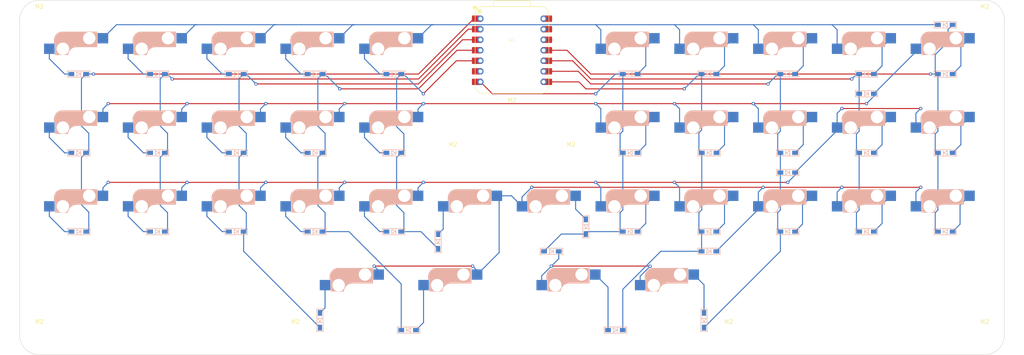
<source format=kicad_pcb>
(kicad_pcb (version 20240108) (generator "pcbnew") (generator_version "8.0")
  (layers (0 "F.Cu" signal) (31 "B.Cu" signal) (34 "B.Paste" user) (35 "F.Paste" user) (36 "B.SilkS" user "B.Silkscreen") (37 "F.SilkS" user "F.Silkscreen") (38 "B.Mask" user) (39 "F.Mask" user) (44 "Edge.Cuts" user))
  (net 0 "")
  (net 1 "Net-(D1-K)")
  (net 2 "/PIN1")
  (net 3 "/PIN2")
  (net 4 "Net-(D2-A)")
  (net 5 "/PIN3")
  (net 6 "Net-(D3-A)")
  (net 7 "/PIN4")
  (net 8 "Net-(D4-A)")
  (net 9 "/PIN5")
  (net 10 "Net-(D5-A)")
  (net 11 "Net-(D6-A)")
  (net 12 "/PIN6")
  (net 13 "/PIN7")
  (net 14 "Net-(D7-A)")
  (net 15 "Net-(D8-A)")
  (net 16 "/PIN8")
  (net 17 "Net-(D9-A)")
  (net 18 "/PIN9")
  (net 19 "/PIN10")
  (net 20 "Net-(D10-A)")
  (net 21 "Net-(D11-A)")
  (net 22 "Net-(D12-K)")
  (net 23 "Net-(D13-A)")
  (net 24 "Net-(D14-A)")
  (net 25 "Net-(D15-A)")
  (net 26 "Net-(D16-A)")
  (net 27 "Net-(D17-A)")
  (net 28 "Net-(D18-A)")
  (net 29 "Net-(D19-A)")
  (net 30 "Net-(D20-A)")
  (net 31 "Net-(D21-A)")
  (net 32 "Net-(D22-A)")
  (net 33 "Net-(D23-K)")
  (net 34 "Net-(D24-A)")
  (net 35 "Net-(D25-A)")
  (net 36 "Net-(D26-A)")
  (net 37 "Net-(D27-A)")
  (net 38 "Net-(D28-A)")
  (net 39 "Net-(D29-A)")
  (net 40 "Net-(D30-A)")
  (net 41 "Net-(D31-A)")
  (net 42 "Net-(D32-A)")
  (net 43 "Net-(D33-A)")
  (net 44 "Net-(D34-K)")
  (net 45 "Net-(D35-A)")
  (net 46 "Net-(D36-A)")
  (net 47 "Net-(D37-A)")
  (net 48 "Net-(D38-A)")
  (net 49 "Net-(D39-A)")
  (net 50 "Net-(D40-A)")
  (net 51 "Net-(D41-K)")
  (net 53 "GND")
  (net 55 "VCC")
  (footprint "kbd:CherryMX_Hotswap" (layer "F.Cu") (at 168.625 78.375)
    (property "Reference" "SW13" (hide yes))
    (property "Value" "SW_Push" (hide yes))
  )
  (footprint "kbd:CherryMX_Hotswap" (layer "F.Cu") (at 244.625 97.375)
    (property "Reference" "SW28" (hide yes))
    (property "Value" "SW_Push" (hide yes))
  )
  (footprint "MountingHole:MountingHole_2.2mm_M2" (layer "F.Cu") (at 87.875 125.875)
    (property "Reference" "M2")
    (property "Value" "MountingHole_2.2mm_M2")
  )
  (footprint "kbd:CherryMX_Hotswap" (layer "F.Cu") (at 149.625 97.375)
    (property "Reference" "SW31" (hide yes))
    (property "Value" "SW_Push" (hide yes))
  )
  (footprint "MountingHole:MountingHole_2.2mm_M2" (layer "F.Cu") (at 254.125 125.875)
    (property "Reference" "M2")
    (property "Value" "MountingHole_2.2mm_M2")
  )
  (footprint "kbd:CherryMX_Hotswap" (layer "F.Cu") (at 54.625 78.375)
    (property "Reference" "SW17" (hide yes))
    (property "Value" "SW_Push" (hide yes))
  )
  (footprint "kbd:CherryMX_Hotswap" (layer "F.Cu") (at 130.625 97.375)
    (property "Reference" "SW32" (hide yes))
    (property "Value" "SW_Push" (hide yes))
  )
  (footprint "kbd:CherryMX_Hotswap" (layer "F.Cu") (at 35.625 59.375)
    (property "Reference" "SW9" (hide yes))
    (property "Value" "SW_Push" (hide yes))
  )
  (footprint "kbd:CherryMX_Hotswap" (layer "F.Cu") (at 178.125 116.375)
    (property "Reference" "SW35" (hide yes))
    (property "Value" "SW_Push" (hide yes))
  )
  (footprint "kbd:CherryMX_Hotswap" (layer "F.Cu") (at 92.625 59.375)
    (property "Reference" "SW6" (hide yes))
    (property "Value" "SW_Push" (hide yes))
  )
  (footprint "kbd:CherryMX_Hotswap_1.5u" (layer "F.Cu") (at 154.375 116.375)
    (property "Reference" "SW36" (hide yes))
    (property "Value" "SW_Push" (hide yes))
  )
  (footprint "kbd:CherryMX_Hotswap" (layer "F.Cu") (at 111.625 59.375)
    (property "Reference" "SW5" (hide yes))
    (property "Value" "SW_Push" (hide yes))
  )
  (footprint "kbd:CherryMX_Hotswap" (layer "F.Cu") (at 225.625 97.375)
    (property "Reference" "SW29" (hide yes))
    (property "Value" "SW_Push" (hide yes))
  )
  (footprint "kbd:CherryMX_Hotswap" (layer "F.Cu") (at 206.625 59.375)
    (property "Reference" "SW2" (hide yes))
    (property "Value" "SW_Push" (hide yes))
  )
  (footprint "kbd:CherryMX_Hotswap" (layer "F.Cu") (at 187.625 97.375)
    (property "Reference" "SW21" (hide yes))
    (property "Value" "SW_Push" (hide yes))
  )
  (footprint "kbd:CherryMX_Hotswap" (layer "F.Cu") (at 187.625 78.375)
    (property "Reference" "SW12" (hide yes))
    (property "Value" "SW_Push" (hide yes))
  )
  (footprint "kbd:CherryMX_Hotswap" (layer "F.Cu") (at 92.625 97.375)
    (property "Reference" "SW24" (hide yes))
    (property "Value" "SW_Push" (hide yes))
  )
  (footprint "MountingHole:MountingHole_2.2mm_M2" (layer "F.Cu") (at 26.125 49.875)
    (property "Reference" "M2")
    (property "Value" "MountingHole_2.2mm_M2")
  )
  (footprint "kbd:CherryMX_Hotswap" (layer "F.Cu") (at 73.625 78.375)
    (property "Reference" "SW16" (hide yes))
    (property "Value" "SW_Push" (hide yes))
  )
  (footprint "kbd:CherryMX_Hotswap" (layer "F.Cu") (at 111.625 78.375)
    (property "Reference" "SW14" (hide yes))
    (property "Value" "SW_Push" (hide yes))
  )
  (footprint "MountingHole:MountingHole_2.2mm_M2" (layer "F.Cu") (at 154.375 83.125)
    (property "Reference" "M2")
    (property "Value" "MountingHole_2.2mm_M2")
  )
  (footprint "kbd:CherryMX_Hotswap" (layer "F.Cu") (at 225.625 59.375)
    (property "Reference" "SW1" (hide yes))
    (property "Value" "SW_Push" (hide yes))
  )
  (footprint "MountingHole:MountingHole_2.2mm_M2" (layer "F.Cu") (at 125.875 83.125)
    (property "Reference" "M2")
    (property "Value" "MountingHole_2.2mm_M2")
  )
  (footprint "kbd:CherryMX_Hotswap" (layer "F.Cu") (at 54.625 59.375)
    (property "Reference" "SW8" (hide yes))
    (property "Value" "SW_Push" (hide yes))
  )
  (footprint "kbd:CherryMX_Hotswap" (layer "F.Cu") (at 102.125 116.375)
    (property "Reference" "SW34" (hide yes))
    (property "Value" "SW_Push" (hide yes))
  )
  (footprint "MountingHole:MountingHole_2.2mm_M2" (layer "F.Cu") (at 140.125 72.4375)
    (property "Reference" "M2")
    (property "Value" "MountingHole_2.2mm_M2")
  )
  (footprint "kbd:CherryMX_Hotswap" (layer "F.Cu") (at 54.625 97.375)
    (property "Reference" "SW26" (hide yes))
    (property "Value" "SW_Push" (hide yes))
  )
  (footprint "MountingHole:MountingHole_2.2mm_M2" (layer "F.Cu") (at 254.125 49.875)
    (property "Reference" "M2")
    (property "Value" "MountingHole_2.2mm_M2")
  )
  (footprint "MountingHole:MountingHole_2.2mm_M2" (layer "F.Cu") (at 192.375 125.875)
    (property "Reference" "M2")
    (property "Value" "MountingHole_2.2mm_M2")
  )
  (footprint "kbd:CherryMX_Hotswap" (layer "F.Cu") (at 225.625 78.375)
    (property "Reference" "SW20" (hide yes))
    (property "Value" "SW_Push" (hide yes))
  )
  (footprint "kbd:CherryMX_Hotswap" (layer "F.Cu") (at 111.625 97.375)
    (property "Reference" "SW23" (hide yes))
    (property "Value" "SW_Push" (hide yes))
  )
  (footprint "kbd:CherryMX_Hotswap" (layer "F.Cu") (at 168.625 97.375)
    (property "Reference" "SW22" (hide yes))
    (property "Value" "SW_Push" (hide yes))
  )
  (footprint "kbd:CherryMX_Hotswap" (layer "F.Cu") (at 187.625 59.375)
    (property "Reference" "SW3" (hide yes))
    (property "Value" "SW_Push" (hide yes))
  )
  (footprint "Seeed Studio XIAO Series Library:XIAO-RP2040-DIP" (layer "F.Cu") (at 140.125 57.198125)
    (property "Reference" "U1")
    (property "Value" "XIAO-RP2040-DIP")
  )
  (footprint "kbd:CherryMX_Hotswap" (layer "F.Cu") (at 35.625 78.375)
    (property "Reference" "SW18" (hide yes))
    (property "Value" "SW_Push" (hide yes))
  )
  (footprint "kbd:CherryMX_Hotswap" (layer "F.Cu") (at 73.625 59.375)
    (property "Reference" "SW7" (hide yes))
    (property "Value" "SW_Push" (hide yes))
  )
  (footprint "kbd:CherryMX_Hotswap" (layer "F.Cu") (at 35.625 97.375)
    (property "Reference" "SW27" (hide yes))
    (property "Value" "SW_Push" (hide yes))
  )
  (footprint "kbd:CherryMX_Hotswap" (layer "F.Cu") (at 244.625 78.375)
    (property "Reference" "SW19" (hide yes))
    (property "Value" "SW_Push" (hide yes))
  )
  (footprint "kbd:CherryMX_Hotswap" (layer "F.Cu") (at 168.625 59.375)
    (property "Reference" "SW4" (hide yes))
    (property "Value" "SW_Push" (hide yes))
  )
  (footprint "MountingHole:MountingHole_2.2mm_M2" (layer "F.Cu") (at 26.125 125.875)
    (property "Reference" "M2")
    (property "Value" "MountingHole_2.2mm_M2")
  )
  (footprint "kbd:CherryMX_Hotswap" (layer "F.Cu") (at 206.625 78.375)
    (property "Reference" "SW11" (hide yes))
    (property "Value" "SW_Push" (hide yes))
  )
  (footprint "kbd:CherryMX_Hotswap_1.5u" (layer "F.Cu") (at 125.875 116.375)
    (property "Reference" "SW33" (hide yes))
    (property "Value" "SW_Push" (hide yes))
  )
  (footprint "kbd:CherryMX_Hotswap" (layer "F.Cu") (at 206.625 97.375)
    (property "Reference" "SW30" (hide yes))
    (property "Value" "SW_Push" (hide yes))
  )
  (footprint "kbd:CherryMX_Hotswap" (layer "F.Cu") (at 92.625 78.375)
    (property "Reference" "SW15" (hide yes))
    (property "Value" "SW_Push" (hide yes))
  )
  (footprint "kbd:CherryMX_Hotswap" (layer "F.Cu") (at 73.625 97.375)
    (property "Reference" "SW25" (hide yes))
    (property "Value" "SW_Push" (hide yes))
  )
  (footprint "kbd:CherryMX_Hotswap" (layer "F.Cu") (at 244.625 59.375)
    (property "Reference" "SW10" (hide yes))
    (property "Value" "SW_Push" (hide yes))
  )
  (footprint "kbd:D3_SMD_v2" (layer "B.Cu") (at 111.625 100.9375 180)
    (property "Reference" "D26" (hide yes))
    (property "Value" "D_Small" (hide yes))
  )
  (footprint "kbd:D3_SMD_v2" (layer "B.Cu") (at 168.625 81.9375)
    (property "Reference" "D15" (hide yes))
    (property "Value" "D_Small" (hide yes))
  )
  (footprint "kbd:D3_SMD_v2" (layer "B.Cu") (at 165.0625 124.6875 180)
    (property "Reference" "D40" (hide yes))
    (property "Value" "D_Small" (hide yes))
  )
  (footprint "kbd:D3_SMD_v2" (layer "B.Cu") (at 206.625 100.9375)
    (property "Reference" "D33" (hide yes))
    (property "Value" "D_Small" (hide yes))
  )
  (footprint "kbd:D3_SMD_v2" (layer "B.Cu") (at 225.625 100.9375)
    (property "Reference" "D32" (hide yes))
    (property "Value" "D_Small" (hide yes))
  )
  (footprint "kbd:D3_SMD_v2" (layer "B.Cu") (at 206.625 86.6875 180)
    (property "Reference" "D23" (hide yes))
    (property "Value" "D_Small" (hide yes))
  )
  (footprint "kbd:D3_SMD_v2" (layer "B.Cu") (at 149.625 105.6875 180)
    (property "Reference" "D41" (hide yes))
    (property "Value" "D_Small" (hide yes))
  )
  (footprint "kbd:D3_SMD_v2" (layer "B.Cu") (at 187.665 81.9375)
    (property "Reference" "D14" (hide yes))
    (property "Value" "D_Small" (hide yes))
  )
  (footprint "kbd:D3_SMD_v2" (layer "B.Cu") (at 187.625 62.9375)
    (property "Reference" "D4" (hide yes))
    (property "Value" "D_Small" (hide yes))
  )
  (footprint "kbd:D3_SMD_v2" (layer "B.Cu") (at 186.4375 122.3125 90)
    (property "Reference" "D39" (hide yes))
    (property "Value" "D_Small" (hide yes))
  )
  (footprint "kbd:D3_SMD_v2" (layer "B.Cu") (at 54.625 62.9375 180)
    (property "Reference" "D9" (hide yes))
    (property "Value" "D_Small" (hide yes))
  )
  (footprint "kbd:D3_SMD_v2" (layer "B.Cu") (at 122.3125 103.3125 90)
    (property "Reference" "D36" (hide yes))
    (property "Value" "D_Small" (hide yes))
  )
  (footprint "kbd:D3_SMD_v2" (layer "B.Cu") (at 111.625 62.9375 180)
    (property "Reference" "D6" (hide yes))
    (property "Value" "D_Small" (hide yes))
  )
  (footprint "kbd:D3_SMD_v2" (layer "B.Cu") (at 244.625 51.0625)
    (property "Reference" "D1" (hide yes))
    (property "Value" "D_Small" (hide yes))
  )
  (footprint "kbd:D3_SMD_v2" (layer "B.Cu") (at 225.625 62.9375)
    (property "Reference" "D2" (hide yes))
    (property "Value" "D_Small" (hide yes))
  )
  (footprint "kbd:D3_SMD_v2" (layer "B.Cu") (at 111.625 81.9375 180)
    (property "Reference" "D16" (hide yes))
    (property "Value" "D_Small" (hide yes))
  )
  (footprint "kbd:D3_SMD_v2" (layer "B.Cu") (at 92.625 100.9375 180)
    (property "Reference" "D27" (hide yes))
    (property "Value" "D_Small" (hide yes))
  )
  (footprint "kbd:D3_SMD_v2" (layer "B.Cu") (at 225.625 67.6875 180)
    (property "Reference" "D12" (hide yes))
    (property "Value" "D_Small" (hide yes))
  )
  (footprint "kbd:D3_SMD_v2" (layer "B.Cu") (at 187.625 105.6875 180)
    (property "Reference" "D34" (hide yes))
    (property "Value" "D_Small" (hide yes))
  )
  (footprint "kbd:D3_SMD_v2" (layer "B.Cu") (at 206.625 62.9375)
    (property "Reference" "D3" (hide yes))
    (property "Value" "D_Small" (hide yes))
  )
  (footprint "kbd:D3_SMD_v2" (layer "B.Cu") (at 35.625 81.9375 180)
    (property "Reference" "D20" (hide yes))
    (property "Value" "D_Small" (hide yes))
  )
  (footprint "kbd:D3_SMD_v2" (layer "B.Cu") (at 73.625 81.9375 180)
    (property "Reference" "D18" (hide yes))
    (property "Value" "D_Small" (hide yes))
  )
  (footprint "kbd:D3_SMD_v2" (layer "B.Cu") (at 187.625 100.9375)
    (property "Reference" "D24" (hide yes))
    (property "Value" "D_Small" (hide yes))
  )
  (footprint "kbd:D3_SMD_v2" (layer "B.Cu") (at 92.625 62.9375 180)
    (property "Reference" "D7" (hide yes))
    (property "Value" "D_Small" (hide yes))
  )
  (footprint "kbd:D3_SMD_v2" (layer "B.Cu") (at 157.9375 99.75 90)
    (property "Reference" "D35" (hide yes))
    (property "Value" "D_Small" (hide yes))
  )
  (footprint "kbd:D3_SMD_v2" (layer "B.Cu") (at 168.625 100.9375)
    (property "Reference" "D25" (hide yes))
    (property "Value" "D_Small" (hide yes))
  )
  (footprint "kbd:D3_SMD_v2" (layer "B.Cu") (at 168.625 62.9375)
    (property "Reference" "D5" (hide yes))
    (property "Value" "D_Small" (hide yes))
  )
  (footprint "kbd:D3_SMD_v2" (layer "B.Cu") (at 93.8125 122.3125 90)
    (property "Reference" "D38" (hide yes))
    (property "Value" "D_Small" (hide yes))
  )
  (footprint "kbd:D3_SMD_v2" (layer "B.Cu") (at 54.625 81.9375 180)
    (property "Reference" "D19" (hide yes))
    (property "Value" "D_Small" (hide yes))
  )
  (footprint "kbd:D3_SMD_v2" (layer "B.Cu") (at 73.625 100.9375 180)
    (property "Reference" "D28" (hide yes))
    (property "Value" "D_Small" (hide yes))
  )
  (footprint "kbd:D3_SMD_v2" (layer "B.Cu") (at 54.625 100.9375 180)
    (property "Reference" "D29" (hide yes))
    (property "Value" "D_Small" (hide yes))
  )
  (footprint "kbd:D3_SMD_v2" (layer "B.Cu") (at 206.625 81.9375)
    (property "Reference" "D13" (hide yes))
    (property "Value" "D_Small" (hide yes))
  )
  (footprint "kbd:D3_SMD_v2" (layer "B.Cu") (at 92.625 81.9375 180)
    (property "Reference" "D17" (hide yes))
    (property "Value" "D_Small" (hide yes))
  )
  (footprint "kbd:D3_SMD_v2" (layer "B.Cu") (at 35.665 100.9375 180)
    (property "Reference" "D30" (hide yes))
    (property "Value" "D_Small" (hide yes))
  )
  (footprint "kbd:D3_SMD_v2" (layer "B.Cu") (at 73.625 62.9375 180)
    (property "Reference" "D8" (hide yes))
    (property "Value" "D_Small" (hide yes))
  )
  (footprint "kbd:D3_SMD_v2" (layer "B.Cu") (at 35.625 62.9375 180)
    (property "Reference" "D10" (hide yes))
    (property "Value" "D_Small" (hide yes))
  )
  (footprint "kbd:D3_SMD_v2" (layer "B.Cu") (at 244.625 62.9375)
    (property "Reference" "D11" (hide yes))
    (property "Value" "D_Small" (hide yes))
  )
  (footprint "kbd:D3_SMD_v2" (layer "B.Cu") (at 244.625 81.9375)
    (property "Reference" "D21" (hide yes))
    (property "Value" "D_Small" (hide yes))
  )
  (footprint "kbd:D3_SMD_v2" (layer "B.Cu") (at 225.625 81.9375)
    (property "Reference" "D22" (hide yes))
    (property "Value" "D_Small" (hide yes))
  )
  (footprint "kbd:D3_SMD_v2" (layer "B.Cu") (at 115.1875 124.6875)
    (property "Reference" "D37" (hide yes))
    (property "Value" "D_Small" (hide yes))
  )
  (footprint "kbd:D3_SMD_v2" (layer "B.Cu") (at 244.625 100.9375)
    (property "Reference" "D31" (hide yes))
    (property "Value" "D_Small" (hide yes))
  )
  (gr_arc (start 258.875 125.875) (mid 257.483757 129.233757) (end 254.125 130.625) (stroke (width 0.1)) (layer "Edge.Cuts"))
  (gr_line (start 254.125 130.625) (end 26.125 130.625) (stroke (width 0.1)) (layer "Edge.Cuts"))
  (gr_arc (start 21.375 49.875) (mid 22.766243 46.516243) (end 26.125 45.125) (stroke (width 0.1)) (layer "Edge.Cuts"))
  (gr_line (start 21.375 49.875) (end 21.375 125.875) (stroke (width 0.1)) (layer "Edge.Cuts"))
  (gr_arc (start 26.125 130.625) (mid 22.766243 129.233757) (end 21.375 125.875) (stroke (width 0.1)) (layer "Edge.Cuts"))
  (gr_line (start 26.125 45.125) (end 254.125 45.125) (stroke (width 0.1)) (layer "Edge.Cuts"))
  (gr_line (start 258.875 49.875) (end 258.875 125.875) (stroke (width 0.1)) (layer "Edge.Cuts"))
  (gr_arc (start 254.125 45.125) (mid 257.483757 46.516243) (end 258.875 49.875) (stroke (width 0.1)) (layer "Edge.Cuts"))
  (segment (start 218.54 52.258625) (end 217.3125 51.031125) (width 0.25) (layer "B.Cu") (net 1))
  (segment (start 180.54 52.258625) (end 179.3125 51.031125) (width 0.25) (layer "B.Cu") (net 1))
  (segment (start 199.54 56.835) (end 199.54 52.258625) (width 0.25) (layer "B.Cu") (net 1))
  (segment (start 83.125 51.031125) (end 64.125 51.031125) (width 0.25) (layer "B.Cu") (net 1))
  (segment (start 98.467 54.295) (end 101.730875 51.031125) (width 0.25) (layer "B.Cu") (net 1))
  (segment (start 101.730875 51.031125) (end 102.125 51.031125) (width 0.25) (layer "B.Cu") (net 1))
  (segment (start 64.125 51.031125) (end 44.730875 51.031125) (width 0.25) (layer "B.Cu") (net 1))
  (segment (start 44.730875 51.031125) (end 41.467 54.295) (width 0.25) (layer "B.Cu") (net 1))
  (segment (start 160.3125 51.031125) (end 121.125 51.031125) (width 0.25) (layer "B.Cu") (net 1))
  (segment (start 242.818625 51.031125) (end 217.3125 51.031125) (width 0.25) (layer "B.Cu") (net 1))
  (segment (start 63.730875 51.031125) (end 64.125 51.031125) (width 0.25) (layer "B.Cu") (net 1))
  (segment (start 218.54 56.835) (end 218.54 52.258625) (width 0.25) (layer "B.Cu") (net 1))
  (segment (start 60.467 54.295) (end 63.730875 51.031125) (width 0.25) (layer "B.Cu") (net 1))
  (segment (start 242.85 51.0625) (end 242.818625 51.031125) (width 0.25) (layer "B.Cu") (net 1))
  (segment (start 161.54 56.835) (end 161.54 52.258625) (width 0.25) (layer "B.Cu") (net 1))
  (segment (start 117.467 54.295) (end 120.730875 51.031125) (width 0.25) (layer "B.Cu") (net 1))
  (segment (start 79.467 54.295) (end 82.730875 51.031125) (width 0.25) (layer "B.Cu") (net 1))
  (segment (start 82.730875 51.031125) (end 83.125 51.031125) (width 0.25) (layer "B.Cu") (net 1))
  (segment (start 199.54 52.258625) (end 198.3125 51.031125) (width 0.25) (layer "B.Cu") (net 1))
  (segment (start 120.730875 51.031125) (end 121.125 51.031125) (width 0.25) (layer "B.Cu") (net 1))
  (segment (start 180.54 56.835) (end 180.54 52.258625) (width 0.25) (layer "B.Cu") (net 1))
  (segment (start 102.125 51.031125) (end 83.125 51.031125) (width 0.25) (layer "B.Cu") (net 1))
  (segment (start 179.3125 51.031125) (end 160.3125 51.031125) (width 0.25) (layer "B.Cu") (net 1))
  (segment (start 161.54 52.258625) (end 160.3125 51.031125) (width 0.25) (layer "B.Cu") (net 1))
  (segment (start 121.125 51.031125) (end 102.125 51.031125) (width 0.25) (layer "B.Cu") (net 1))
  (segment (start 217.3125 51.031125) (end 198.3125 51.031125) (width 0.25) (layer "B.Cu") (net 1))
  (segment (start 198.3125 51.031125) (end 179.3125 51.031125) (width 0.25) (layer "B.Cu") (net 1))
  (segment (start 159.125 62.9375) (end 153.385625 57.198125) (width 0.25) (layer "F.Cu") (net 2))
  (segment (start 153.385625 57.198125) (end 147.745 57.198125) (width 0.25) (layer "F.Cu") (net 2))
  (segment (start 241.0625 62.9375) (end 159.125 62.9375) (width 0.25) (layer "F.Cu") (net 2))
  (via (at 241.0625 62.9375) (size 0.8) (drill 0.4) (layers "F.Cu" "B.Cu") (net 2))
  (segment (start 242.85 62.9375) (end 242.85 76.720532) (width 0.25) (layer "B.Cu") (net 2))
  (segment (start 242.2 96.370532) (end 242.2 100.2875) (width 0.25) (layer "B.Cu") (net 2))
  (segment (start 242.2 100.2875) (end 242.85 100.9375) (width 0.25) (layer "B.Cu") (net 2))
  (segment (start 242.85 76.720532) (end 242.2 77.370532) (width 0.25) (layer "B.Cu") (net 2))
  (segment (start 245.29 55.1475) (end 242.2 58.2375) (width 0.25) (layer "B.Cu") (net 2))
  (segment (start 242.2 81.2875) (end 242.85 81.9375) (width 0.25) (layer "B.Cu") (net 2))
  (segment (start 245.29 52.1725) (end 245.29 55.1475) (width 0.25) (layer "B.Cu") (net 2))
  (segment (start 242.2 77.370532) (end 242.2 81.2875) (width 0.25) (layer "B.Cu") (net 2))
  (segment (start 242.85 81.9375) (end 242.85 95.720532) (width 0.25) (layer "B.Cu") (net 2))
  (segment (start 246.4 51.0625) (end 245.29 52.1725) (width 0.25) (layer "B.Cu") (net 2))
  (segment (start 242.2 58.2375) (end 242.2 62.2875) (width 0.25) (layer "B.Cu") (net 2))
  (segment (start 242.2 62.2875) (end 242.85 62.9375) (width 0.25) (layer "B.Cu") (net 2))
  (segment (start 242.85 62.9375) (end 241.0625 62.9375) (width 0.25) (layer "B.Cu") (net 2))
  (segment (start 242.85 95.720532) (end 242.2 96.370532) (width 0.25) (layer "B.Cu") (net 2))
  (segment (start 154.738125 59.738125) (end 147.745 59.738125) (width 0.25) (layer "F.Cu") (net 3))
  (segment (start 159.125 64.125) (end 154.738125 59.738125) (width 0.25) (layer "F.Cu") (net 3))
  (segment (start 222.0625 64.125) (end 159.125 64.125) (width 0.25) (layer "F.Cu") (net 3))
  (via (at 222.0625 64.125) (size 0.8) (drill 0.4) (layers "F.Cu" "B.Cu") (net 3))
  (segment (start 223.85 67.6875) (end 223.85 76.720532) (width 0.25) (layer "B.Cu") (net 3))
  (segment (start 223.85 62.9375) (end 223.85 67.6875) (width 0.25) (layer "B.Cu") (net 3))
  (segment (start 223.2 81.2875) (end 223.85 81.9375) (width 0.25) (layer "B.Cu") (net 3))
  (segment (start 223.25 62.9375) (end 222.0625 64.125) (width 0.25) (layer "B.Cu") (net 3))
  (segment (start 223.2 96.370532) (end 223.2 100.2875) (width 0.25) (layer "B.Cu") (net 3))
  (segment (start 223.2 77.370532) (end 223.2 81.2875) (width 0.25) (layer "B.Cu") (net 3))
  (segment (start 223.2 100.2875) (end 223.85 100.9375) (width 0.25) (layer "B.Cu") (net 3))
  (segment (start 223.85 81.9375) (end 223.85 95.720532) (width 0.25) (layer "B.Cu") (net 3))
  (segment (start 223.85 76.720532) (end 223.2 77.370532) (width 0.25) (layer "B.Cu") (net 3))
  (segment (start 223.85 62.9375) (end 223.25 62.9375) (width 0.25) (layer "B.Cu") (net 3))
  (segment (start 223.85 95.720532) (end 223.2 96.370532) (width 0.25) (layer "B.Cu") (net 3))
  (segment (start 231.467 54.295) (end 229.38 56.382) (width 0.25) (layer "B.Cu") (net 4))
  (segment (start 229.38 60.9575) (end 227.4 62.9375) (width 0.25) (layer "B.Cu") (net 4))
  (segment (start 229.38 56.382) (end 229.38 60.9575) (width 0.25) (layer "B.Cu") (net 4))
  (segment (start 156.090625 62.278125) (end 147.745 62.278125) (width 0.25) (layer "F.Cu") (net 5))
  (segment (start 201.875 65.3125) (end 159.125 65.3125) (width 0.25) (layer "F.Cu") (net 5))
  (segment (start 159.125 65.3125) (end 156.090625 62.278125) (width 0.25) (layer "F.Cu") (net 5))
  (via (at 201.875 65.3125) (size 0.8) (drill 0.4) (layers "F.Cu" "B.Cu") (net 5))
  (segment (start 204.85 76.720532) (end 204.2 77.370532) (width 0.25) (layer "B.Cu") (net 5))
  (segment (start 204.85 95.720532) (end 204.2 96.370532) (width 0.25) (layer "B.Cu") (net 5))
  (segment (start 204.2 77.370532) (end 204.2 81.2875) (width 0.25) (layer "B.Cu") (net 5))
  (segment (start 204.85 100.9375) (end 204.85 105.675) (width 0.25) (layer "B.Cu") (net 5))
  (segment (start 204.85 62.9375) (end 204.25 62.9375) (width 0.25) (layer "B.Cu") (net 5))
  (segment (start 204.85 105.675) (end 186.4375 124.0875) (width 0.25) (layer "B.Cu") (net 5))
  (segment (start 204.85 81.9375) (end 204.85 86.6875) (width 0.25) (layer "B.Cu") (net 5))
  (segment (start 204.25 62.9375) (end 201.875 65.3125) (width 0.25) (layer "B.Cu") (net 5))
  (segment (start 204.85 86.6875) (end 204.85 95.720532) (width 0.25) (layer "B.Cu") (net 5))
  (segment (start 204.2 96.370532) (end 204.2 100.2875) (width 0.25) (layer "B.Cu") (net 5))
  (segment (start 204.2 81.2875) (end 204.85 81.9375) (width 0.25) (layer "B.Cu") (net 5))
  (segment (start 204.2 100.2875) (end 204.85 100.9375) (width 0.25) (layer "B.Cu") (net 5))
  (segment (start 204.85 62.9375) (end 204.85 76.720532) (width 0.25) (layer "B.Cu") (net 5))
  (segment (start 210.38 60.9575) (end 208.4 62.9375) (width 0.25) (layer "B.Cu") (net 6))
  (segment (start 212.467 54.295) (end 210.38 56.382) (width 0.25) (layer "B.Cu") (net 6))
  (segment (start 210.38 56.382) (end 210.38 60.9575) (width 0.25) (layer "B.Cu") (net 6))
  (segment (start 157.9375 66.5) (end 156.255625 64.818125) (width 0.25) (layer "F.Cu") (net 7))
  (segment (start 156.255625 64.818125) (end 147.745 64.818125) (width 0.25) (layer "F.Cu") (net 7))
  (segment (start 181.6875 66.5) (end 157.9375 66.5) (width 0.25) (layer "F.Cu") (net 7))
  (via (at 181.6875 66.5) (size 0.8) (drill 0.4) (layers "F.Cu" "B.Cu") (net 7))
  (segment (start 185.2 96.370532) (end 185.2 100.2875) (width 0.25) (layer "B.Cu") (net 7))
  (segment (start 185.85 105.6875) (end 176.0125 105.6875) (width 0.25) (layer "B.Cu") (net 7))
  (segment (start 185.85 62.9375) (end 185.25 62.9375) (width 0.25) (layer "B.Cu") (net 7))
  (segment (start 185.89 95.680532) (end 185.2 96.370532) (width 0.25) (layer "B.Cu") (net 7))
  (segment (start 185.85 100.9375) (end 185.85 105.6875) (width 0.25) (layer "B.Cu") (net 7))
  (segment (start 166.8375 114.8625) (end 166.8375 124.6875) (width 0.25) (layer "B.Cu") (net 7))
  (segment (start 185.85 76.45165) (end 185.2 77.10165) (width 0.25) (layer "B.Cu") (net 7))
  (segment (start 185.85 62.9375) (end 185.85 76.45165) (width 0.25) (layer "B.Cu") (net 7))
  (segment (start 185.2 81.2475) (end 185.89 81.9375) (width 0.25) (layer "B.Cu") (net 7))
  (segment (start 185.89 81.9375) (end 185.89 95.680532) (width 0.25) (layer "B.Cu") (net 7))
  (segment (start 185.25 62.9375) (end 181.6875 66.5) (width 0.25) (layer "B.Cu") (net 7))
  (segment (start 185.2 100.2875) (end 185.85 100.9375) (width 0.25) (layer "B.Cu") (net 7))
  (segment (start 185.2 77.10165) (end 185.2 81.2475) (width 0.25) (layer "B.Cu") (net 7))
  (segment (start 176.0125 105.6875) (end 166.8375 114.8625) (width 0.25) (layer "B.Cu") (net 7))
  (segment (start 191.38 56.382) (end 191.38 60.9575) (width 0.25) (layer "B.Cu") (net 8))
  (segment (start 191.38 60.9575) (end 189.4 62.9375) (width 0.25) (layer "B.Cu") (net 8))
  (segment (start 193.467 54.295) (end 191.38 56.382) (width 0.25) (layer "B.Cu") (net 8))
  (segment (start 135.374375 67.6875) (end 132.505 64.818125) (width 0.25) (layer "F.Cu") (net 9))
  (segment (start 160.3125 67.6875) (end 135.374375 67.6875) (width 0.25) (layer "F.Cu") (net 9))
  (via (at 160.3125 67.6875) (size 0.8) (drill 0.4) (layers "F.Cu" "B.Cu") (net 9))
  (segment (start 166.85 81.9375) (end 166.85 95.720532) (width 0.25) (layer "B.Cu") (net 9))
  (segment (start 166.85 62.9375) (end 166.85 76.720532) (width 0.25) (layer "B.Cu") (net 9))
  (segment (start 166.85 100.9375) (end 158.525 100.9375) (width 0.25) (layer "B.Cu") (net 9))
  (segment (start 166.85 62.9375) (end 165.0625 62.9375) (width 0.25) (layer "B.Cu") (net 9))
  (segment (start 157.9375 101.525) (end 152.0125 101.525) (width 0.25) (layer "B.Cu") (net 9))
  (segment (start 166.85 76.720532) (end 166.2 77.370532) (width 0.25) (layer "B.Cu") (net 9))
  (segment (start 158.525 100.9375) (end 157.9375 101.525) (width 0.25) (layer "B.Cu") (net 9))
  (segment (start 152.0125 101.525) (end 147.85 105.6875) (width 0.25) (layer "B.Cu") (net 9))
  (segment (start 166.2 77.370532) (end 166.2 81.2875) (width 0.25) (layer "B.Cu") (net 9))
  (segment (start 165.0625 62.9375) (end 160.3125 67.6875) (width 0.25) (layer "B.Cu") (net 9))
  (segment (start 166.2 81.2875) (end 166.85 81.9375) (width 0.25) (layer "B.Cu") (net 9))
  (segment (start 166.2 100.2875) (end 166.85 100.9375) (width 0.25) (layer "B.Cu") (net 9))
  (segment (start 166.2 96.370532) (end 166.2 100.2875) (width 0.25) (layer "B.Cu") (net 9))
  (segment (start 166.85 95.720532) (end 166.2 96.370532) (width 0.25) (layer "B.Cu") (net 9))
  (segment (start 172.38 60.9575) (end 170.4 62.9375) (width 0.25) (layer "B.Cu") (net 10))
  (segment (start 174.467 54.295) (end 172.38 56.382) (width 0.25) (layer "B.Cu") (net 10))
  (segment (start 172.38 56.382) (end 172.38 60.9575) (width 0.25) (layer "B.Cu") (net 10))
  (segment (start 104.54 59.243833) (end 108.233667 62.9375) (width 0.25) (layer "B.Cu") (net 11))
  (segment (start 104.54 56.835) (end 104.54 59.243833) (width 0.25) (layer "B.Cu") (net 11))
  (segment (start 108.233667 62.9375) (end 109.85 62.9375) (width 0.25) (layer "B.Cu") (net 11))
  (segment (start 126.699375 59.738125) (end 132.505 59.738125) (width 0.25) (layer "F.Cu") (net 12))
  (segment (start 118.75 67.6875) (end 126.699375 59.738125) (width 0.25) (layer "F.Cu") (net 12))
  (via (at 118.75 67.6875) (size 0.8) (drill 0.4) (layers "F.Cu" "B.Cu") (net 12))
  (segment (start 113.4 81.9375) (end 112.29 83.0475) (width 0.25) (layer "B.Cu") (net 12))
  (segment (start 114.05 77.370532) (end 114.05 81.2875) (width 0.25) (layer "B.Cu") (net 12))
  (segment (start 112.29 75.610532) (end 114.05 77.370532) (width 0.25) (layer "B.Cu") (net 12))
  (segment (start 112.29 94.610532) (end 114.05 96.370532) (width 0.25) (layer "B.Cu") (net 12))
  (segment (start 114 62.9375) (end 118.75 67.6875) (width 0.25) (layer "B.Cu") (net 12))
  (segment (start 114.05 81.2875) (end 113.4 81.9375) (width 0.25) (layer "B.Cu") (net 12))
  (segment (start 113.4 62.9375) (end 114 62.9375) (width 0.25) (layer "B.Cu") (net 12))
  (segment (start 114.05 100.2875) (end 113.4 100.9375) (width 0.25) (layer "B.Cu") (net 12))
  (segment (start 118.1625 100.9375) (end 122.3125 105.0875) (width 0.25) (layer "B.Cu") (net 12))
  (segment (start 112.29 64.0475) (end 112.29 75.610532) (width 0.25) (layer "B.Cu") (net 12))
  (segment (start 112.29 83.0475) (end 112.29 94.610532) (width 0.25) (layer "B.Cu") (net 12))
  (segment (start 113.4 62.9375) (end 112.29 64.0475) (width 0.25) (layer "B.Cu") (net 12))
  (segment (start 114.05 96.370532) (end 114.05 100.2875) (width 0.25) (layer "B.Cu") (net 12))
  (segment (start 113.4 100.9375) (end 118.1625 100.9375) (width 0.25) (layer "B.Cu") (net 12))
  (segment (start 117.5625 66.5) (end 126.864375 57.198125) (width 0.25) (layer "F.Cu") (net 13))
  (segment (start 98.5625 66.5) (end 117.5625 66.5) (width 0.25) (layer "F.Cu") (net 13))
  (segment (start 126.864375 57.198125) (end 132.505 57.198125) (width 0.25) (layer "F.Cu") (net 13))
  (via (at 98.5625 66.5) (size 0.8) (drill 0.4) (layers "F.Cu" "B.Cu") (net 13))
  (segment (start 95.05 96.370532) (end 95.05 100.2875) (width 0.25) (layer "B.Cu") (net 13))
  (segment (start 95.05 77.2375) (end 95.05 81.2875) (width 0.25) (layer "B.Cu") (net 13))
  (segment (start 94.4 62.9375) (end 95 62.9375) (width 0.25) (layer "B.Cu") (net 13))
  (segment (start 93.29 75.4775) (end 95.05 77.2375) (width 0.25) (layer "B.Cu") (net 13))
  (segment (start 95.05 81.2875) (end 94.4 81.9375) (width 0.25) (layer "B.Cu") (net 13))
  (segment (start 113.4125 113.5655) (end 113.4125 124.6875) (width 0.25) (layer "B.Cu") (net 13))
  (segment (start 94.4 62.9375) (end 93.29 64.0475) (width 0.25) (layer "B.Cu") (net 13))
  (segment (start 94.4 100.9375) (end 100.7845 100.9375) (width 0.25) (layer "B.Cu") (net 13))
  (segment (start 95 62.9375) (end 98.5625 66.5) (width 0.25) (layer "B.Cu") (net 13))
  (segment (start 93.29 64.0475) (end 93.29 75.4775) (width 0.25) (layer "B.Cu") (net 13))
  (segment (start 95.05 100.2875) (end 94.4 100.9375) (width 0.25) (layer "B.Cu") (net 13))
  (segment (start 100.7845 100.9375) (end 113.4125 113.5655) (width 0.25) (layer "B.Cu") (net 13))
  (segment (start 93.29 94.610532) (end 95.05 96.370532) (width 0.25) (layer "B.Cu") (net 13))
  (segment (start 93.29 83.0475) (end 93.29 94.610532) (width 0.25) (layer "B.Cu") (net 13))
  (segment (start 94.4 81.9375) (end 93.29 83.0475) (width 0.25) (layer "B.Cu") (net 13))
  (segment (start 85.54 56.835) (end 85.54 59.243833) (width 0.25) (layer "B.Cu") (net 14))
  (segment (start 89.233667 62.9375) (end 90.85 62.9375) (width 0.25) (layer "B.Cu") (net 14))
  (segment (start 85.54 59.243833) (end 89.233667 62.9375) (width 0.25) (layer "B.Cu") (net 14))
  (segment (start 66.54 59.243833) (end 70.233667 62.9375) (width 0.25) (layer "B.Cu") (net 15))
  (segment (start 66.54 56.835) (end 66.54 59.243833) (width 0.25) (layer "B.Cu") (net 15))
  (segment (start 70.233667 62.9375) (end 71.85 62.9375) (width 0.25) (layer "B.Cu") (net 15))
  (segment (start 78.375 65.3125) (end 117.5625 65.3125) (width 0.25) (layer "F.Cu") (net 16))
  (segment (start 117.5625 65.3125) (end 128.216875 54.658125) (width 0.25) (layer "F.Cu") (net 16))
  (segment (start 128.216875 54.658125) (end 132.505 54.658125) (width 0.25) (layer "F.Cu") (net 16))
  (via (at 78.375 65.3125) (size 0.8) (drill 0.4) (layers "F.Cu" "B.Cu") (net 16))
  (segment (start 74.29 94.610532) (end 76.05 96.370532) (width 0.25) (layer "B.Cu") (net 16))
  (segment (start 76.05 96.370532) (end 76.05 100.2875) (width 0.25) (layer "B.Cu") (net 16))
  (segment (start 76.05 77.2375) (end 76.05 81.2875) (width 0.25) (layer "B.Cu") (net 16))
  (segment (start 75.4 81.9375) (end 74.29 83.0475) (width 0.25) (layer "B.Cu") (net 16))
  (segment (start 75.4 62.9375) (end 74.29 64.0475) (width 0.25) (layer "B.Cu") (net 16))
  (segment (start 76 62.9375) (end 78.375 65.3125) (width 0.25) (layer "B.Cu") (net 16))
  (segment (start 76.05 81.2875) (end 75.4 81.9375) (width 0.25) (layer "B.Cu") (net 16))
  (segment (start 75.4 62.9375) (end 76 62.9375) (width 0.25) (layer "B.Cu") (net 16))
  (segment (start 74.29 64.0475) (end 74.29 75.4775) (width 0.25) (layer "B.Cu") (net 16))
  (segment (start 75.4 105.675) (end 93.8125 124.0875) (width 0.25) (layer "B.Cu") (net 16))
  (segment (start 74.29 75.4775) (end 76.05 77.2375) (width 0.25) (layer "B.Cu") (net 16))
  (segment (start 76.05 100.2875) (end 75.4 100.9375) (width 0.25) (layer "B.Cu") (net 16))
  (segment (start 75.4 100.9375) (end 75.4 105.675) (width 0.25) (layer "B.Cu") (net 16))
  (segment (start 74.29 83.0475) (end 74.29 94.610532) (width 0.25) (layer "B.Cu") (net 16))
  (segment (start 51.233667 62.9375) (end 52.85 62.9375) (width 0.25) (layer "B.Cu") (net 17))
  (segment (start 47.54 56.835) (end 47.54 59.243833) (width 0.25) (layer "B.Cu") (net 17))
  (segment (start 47.54 59.243833) (end 51.233667 62.9375) (width 0.25) (layer "B.Cu") (net 17))
  (segment (start 129.569375 52.118125) (end 132.505 52.118125) (width 0.25) (layer "F.Cu") (net 18))
  (segment (start 58.1875 64.125) (end 117.5625 64.125) (width 0.25) (layer "F.Cu") (net 18))
  (segment (start 117.5625 64.125) (end 129.569375 52.118125) (width 0.25) (layer "F.Cu") (net 18))
  (via (at 58.1875 64.125) (size 0.8) (drill 0.4) (layers "F.Cu" "B.Cu") (net 18))
  (segment (start 57.05 81.2875) (end 56.4 81.9375) (width 0.25) (layer "B.Cu") (net 18))
  (segment (start 57.05 77.2375) (end 57.05 81.2875) (width 0.25) (layer "B.Cu") (net 18))
  (segment (start 56.4 81.9375) (end 55.29 83.0475) (width 0.25) (layer "B.Cu") (net 18))
  (segment (start 55.29 64.0475) (end 55.29 75.4775) (width 0.25) (layer "B.Cu") (net 18))
  (segment (start 55.29 75.4775) (end 57.05 77.2375) (width 0.25) (layer "B.Cu") (net 18))
  (segment (start 57.05 96.370532) (end 57.05 100.2875) (width 0.25) (layer "B.Cu") (net 18))
  (segment (start 56.4 62.9375) (end 55.29 64.0475) (width 0.25) (layer "B.Cu") (net 18))
  (segment (start 55.29 83.0475) (end 55.29 94.610532) (width 0.25) (layer "B.Cu") (net 18))
  (segment (start 56.4 62.9375) (end 57 62.9375) (width 0.25) (layer "B.Cu") (net 18))
  (segment (start 57 62.9375) (end 58.1875 64.125) (width 0.25) (layer "B.Cu") (net 18))
  (segment (start 57.05 100.2875) (end 56.4 100.9375) (width 0.25) (layer "B.Cu") (net 18))
  (segment (start 55.29 94.610532) (end 57.05 96.370532) (width 0.25) (layer "B.Cu") (net 18))
  (segment (start 130.921875 49.578125) (end 132.505 49.578125) (width 0.25) (layer "F.Cu") (net 19))
  (segment (start 39.1875 62.9375) (end 117.5625 62.9375) (width 0.25) (layer "F.Cu") (net 19))
  (segment (start 117.5625 62.9375) (end 130.921875 49.578125) (width 0.25) (layer "F.Cu") (net 19))
  (via (at 39.1875 62.9375) (size 0.8) (drill 0.4) (layers "F.Cu" "B.Cu") (net 19))
  (segment (start 36.29 83.0475) (end 36.29 94.4775) (width 0.25) (layer "B.Cu") (net 19))
  (segment (start 36.29 94.4775) (end 38.05 96.2375) (width 0.25) (layer "B.Cu") (net 19))
  (segment (start 37.4 62.9375) (end 39.1875 62.9375) (width 0.25) (layer "B.Cu") (net 19))
  (segment (start 38.05 81.2875) (end 37.4 81.9375) (width 0.25) (layer "B.Cu") (net 19))
  (segment (start 38.05 77.2375) (end 38.05 81.2875) (width 0.25) (layer "B.Cu") (net 19))
  (segment (start 37.4 62.9375) (end 36.29 64.0475) (width 0.25) (layer "B.Cu") (net 19))
  (segment (start 37.4 81.9375) (end 36.29 83.0475) (width 0.25) (layer "B.Cu") (net 19))
  (segment (start 36.29 75.4775) (end 38.05 77.2375) (width 0.25) (layer "B.Cu") (net 19))
  (segment (start 38.05 96.2375) (end 38.05 100.3275) (width 0.25) (layer "B.Cu") (net 19))
  (segment (start 38.05 100.3275) (end 37.44 100.9375) (width 0.25) (layer "B.Cu") (net 19))
  (segment (start 36.29 64.0475) (end 36.29 75.4775) (width 0.25) (layer "B.Cu") (net 19))
  (segment (start 28.54 59.243833) (end 32.233667 62.9375) (width 0.25) (layer "B.Cu") (net 20))
  (segment (start 32.233667 62.9375) (end 33.85 62.9375) (width 0.25) (layer "B.Cu") (net 20))
  (segment (start 28.54 56.835) (end 28.54 59.243833) (width 0.25) (layer "B.Cu") (net 20))
  (segment (start 248.38 56.382) (end 248.38 60.9575) (width 0.25) (layer "B.Cu") (net 21))
  (segment (start 250.467 54.295) (end 248.38 56.382) (width 0.25) (layer "B.Cu") (net 21))
  (segment (start 248.38 60.9575) (end 246.4 62.9375) (width 0.25) (layer "B.Cu") (net 21))
  (segment (start 198.3125 70.0625) (end 179.3125 70.0625) (width 0.25) (layer "F.Cu") (net 22))
  (segment (start 225.625 70.0625) (end 198.3125 70.0625) (width 0.25) (layer "F.Cu") (net 22))
  (segment (start 160.3125 70.0625) (end 118.75 70.0625) (width 0.25) (layer "F.Cu") (net 22))
  (segment (start 179.3125 70.0625) (end 160.3125 70.0625) (width 0.25) (layer "F.Cu") (net 22))
  (segment (start 118.75 70.0625) (end 99.75 70.0625) (width 0.25) (layer "F.Cu") (net 22))
  (segment (start 80.75 70.0625) (end 61.75 70.0625) (width 0.25) (layer "F.Cu") (net 22))
  (segment (start 42.75 70.0625) (end 61.75 70.0625) (width 0.25) (layer "F.Cu") (net 22))
  (segment (start 99.75 70.0625) (end 80.75 70.0625) (width 0.25) (layer "F.Cu") (net 22))
  (via (at 118.75 70.0625) (size 0.8) (drill 0.4) (layers "F.Cu" "B.Cu") (net 22))
  (via (at 225.625 70.0625) (size 0.8) (drill 0.4) (layers "F.Cu" "B.Cu") (net 22))
  (via (at 42.75 70.0625) (size 0.8) (drill 0.4) (layers "F.Cu" "B.Cu") (net 22))
  (via (at 179.3125 70.0625) (size 0.8) (drill 0.4) (layers "F.Cu" "B.Cu") (net 22))
  (via (at 99.75 70.0625) (size 0.8) (drill 0.4) (layers "F.Cu" "B.Cu") (net 22))
  (via (at 160.3125 70.0625) (size 0.8) (drill 0.4) (layers "F.Cu" "B.Cu") (net 22))
  (via (at 198.3125 70.0625) (size 0.8) (drill 0.4) (layers "F.Cu" "B.Cu") (net 22))
  (via (at 61.75 70.0625) (size 0.8) (drill 0.4) (layers "F.Cu" "B.Cu") (net 22))
  (via (at 80.75 70.0625) (size 0.8) (drill 0.4) (layers "F.Cu" "B.Cu") (net 22))
  (segment (start 98.467 71.3455) (end 99.75 70.0625) (width 0.25) (layer "B.Cu") (net 22))
  (segment (start 199.54 75.835) (end 199.54 71.29) (width 0.25) (layer "B.Cu") (net 22))
  (segment (start 117.467 71.3455) (end 118.75 70.0625) (width 0.25) (layer "B.Cu") (net 22))
  (segment (start 79.467 71.3455) (end 80.75 70.0625) (width 0.25) (layer "B.Cu") (net 22))
  (segment (start 41.467 71.3455) (end 42.75 70.0625) (width 0.25) (layer "B.Cu") (net 22))
  (segment (start 227.4 68.2875) (end 225.625 70.0625) (width 0.25) (layer "B.Cu") (net 22))
  (segment (start 98.467 73.295) (end 98.467 71.3455) (width 0.25) (layer "B.Cu") (net 22))
  (segment (start 60.467 71.3455) (end 60.467 73.295) (width 0.25) (layer "B.Cu") (net 22))
  (segment (start 161.54 71.29) (end 160.3125 70.0625) (width 0.25) (layer "B.Cu") (net 22))
  (segment (start 199.54 71.29) (end 198.3125 70.0625) (width 0.25) (layer "B.Cu") (net 22))
  (segment (start 79.467 73.295) (end 79.467 71.3455) (width 0.25) (layer "B.Cu") (net 22))
  (segment (start 41.467 73.295) (end 41.467 71.3455) (width 0.25) (layer "B.Cu") (net 22))
  (segment (start 227.4 67.6875) (end 227.4 68.2875) (width 0.25) (layer "B.Cu") (net 22))
  (segment (start 161.54 75.835) (end 161.54 71.29) (width 0.25) (layer "B.Cu") (net 22))
  (segment (start 237.54 57.5475) (end 227.4 67.6875) (width 0.25) (layer "B.Cu") (net 22))
  (segment (start 117.467 73.295) (end 117.467 71.3455) (width 0.25) (layer "B.Cu") (net 22))
  (segment (start 180.54 71.29) (end 179.3125 70.0625) (width 0.25) (layer "B.Cu") (net 22))
  (segment (start 180.54 75.835) (end 180.54 71.29) (width 0.25) (layer "B.Cu") (net 22))
  (segment (start 237.54 56.835) (end 237.54 57.5475) (width 0.25) (layer "B.Cu") (net 22))
  (segment (start 61.75 70.0625) (end 60.467 71.3455) (width 0.25) (layer "B.Cu") (net 22))
  (segment (start 210.38 75.382) (end 210.38 79.9575) (width 0.25) (layer "B.Cu") (net 23))
  (segment (start 210.38 79.9575) (end 208.4 81.9375) (width 0.25) (layer "B.Cu") (net 23))
  (segment (start 212.467 73.295) (end 210.38 75.382) (width 0.25) (layer "B.Cu") (net 23))
  (segment (start 193.467 73.295) (end 191.38 75.382) (width 0.25) (layer "B.Cu") (net 24))
  (segment (start 191.38 79.9975) (end 189.44 81.9375) (width 0.25) (layer "B.Cu") (net 24))
  (segment (start 191.38 75.382) (end 191.38 79.9975) (width 0.25) (layer "B.Cu") (net 24))
  (segment (start 172.38 79.9575) (end 170.4 81.9375) (width 0.25) (layer "B.Cu") (net 25))
  (segment (start 172.38 75.382) (end 172.38 79.9575) (width 0.25) (layer "B.Cu") (net 25))
  (segment (start 174.467 73.295) (end 172.38 75.382) (width 0.25) (layer "B.Cu") (net 25))
  (segment (start 104.54 75.835) (end 104.54 78.243833) (width 0.25) (layer "B.Cu") (net 26))
  (segment (start 108.233667 81.9375) (end 109.85 81.9375) (width 0.25) (layer "B.Cu") (net 26))
  (segment (start 104.54 78.243833) (end 108.233667 81.9375) (width 0.25) (layer "B.Cu") (net 26))
  (segment (start 89.233667 81.9375) (end 90.85 81.9375) (width 0.25) (layer "B.Cu") (net 27))
  (segment (start 85.54 75.835) (end 85.54 78.243833) (width 0.25) (layer "B.Cu") (net 27))
  (segment (start 85.54 78.243833) (end 89.233667 81.9375) (width 0.25) (layer "B.Cu") (net 27))
  (segment (start 70.233667 81.9375) (end 71.85 81.9375) (width 0.25) (layer "B.Cu") (net 28))
  (segment (start 66.54 75.835) (end 66.54 78.243833) (width 0.25) (layer "B.Cu") (net 28))
  (segment (start 66.54 78.243833) (end 70.233667 81.9375) (width 0.25) (layer "B.Cu") (net 28))
  (segment (start 51.233667 81.9375) (end 52.85 81.9375) (width 0.25) (layer "B.Cu") (net 29))
  (segment (start 47.54 78.243833) (end 51.233667 81.9375) (width 0.25) (layer "B.Cu") (net 29))
  (segment (start 47.54 75.835) (end 47.54 78.243833) (width 0.25) (layer "B.Cu") (net 29))
  (segment (start 28.54 78.243833) (end 32.233667 81.9375) (width 0.25) (layer "B.Cu") (net 30))
  (segment (start 32.233667 81.9375) (end 33.85 81.9375) (width 0.25) (layer "B.Cu") (net 30))
  (segment (start 28.54 75.835) (end 28.54 78.243833) (width 0.25) (layer "B.Cu") (net 30))
  (segment (start 248.38 75.382) (end 248.38 79.9575) (width 0.25) (layer "B.Cu") (net 31))
  (segment (start 248.38 79.9575) (end 246.4 81.9375) (width 0.25) (layer "B.Cu") (net 31))
  (segment (start 250.467 73.295) (end 248.38 75.382) (width 0.25) (layer "B.Cu") (net 31))
  (segment (start 229.38 75.382) (end 229.38 79.9575) (width 0.25) (layer "B.Cu") (net 32))
  (segment (start 229.38 79.9575) (end 227.4 81.9375) (width 0.25) (layer "B.Cu") (net 32))
  (segment (start 231.467 73.295) (end 229.38 75.382) (width 0.25) (layer "B.Cu") (net 32))
  (segment (start 42.75 89.0625) (end 61.75 89.0625) (width 0.25) (layer "F.Cu") (net 33))
  (segment (start 80.75 89.0625) (end 61.75 89.0625) (width 0.25) (layer "F.Cu") (net 33))
  (segment (start 179.3125 89.0625) (end 160.3125 89.0625) (width 0.25) (layer "F.Cu") (net 33))
  (segment (start 219.6875 71.25) (end 238.6875 71.25) (width 0.25) (layer "F.Cu") (net 33))
  (segment (start 99.75 89.0625) (end 80.75 89.0625) (width 0.25) (layer "F.Cu") (net 33))
  (segment (start 160.3125 89.0625) (end 118.75 89.0625) (width 0.25) (layer "F.Cu") (net 33))
  (segment (start 118.75 89.0625) (end 99.75 89.0625) (width 0.25) (layer "F.Cu") (net 33))
  (segment (start 206.625 89.0625) (end 179.3125 89.0625) (width 0.25) (layer "F.Cu") (net 33))
  (via (at 61.75 89.0625) (size 0.8) (drill 0.4) (layers "F.Cu" "B.Cu") (net 33))
  (via (at 160.3125 89.0625) (size 0.8) (drill 0.4) (layers "F.Cu" "B.Cu") (net 33))
  (via (at 206.625 89.0625) (size 0.8) (drill 0.4) (layers "F.Cu" "B.Cu") (net 33))
  (via (at 179.3125 89.0625) (size 0.8) (drill 0.4) (layers "F.Cu" "B.Cu") (net 33))
  (via (at 42.75 89.0625) (size 0.8) (drill 0.4) (layers "F.Cu" "B.Cu") (net 33))
  (via (at 99.75 89.0625) (size 0.8) (drill 0.4) (layers "F.Cu" "B.Cu") (net 33))
  (via (at 219.6875 71.25) (size 0.8) (drill 0.4) (layers "F.Cu" "B.Cu") (net 33))
  (via (at 118.75 89.0625) (size 0.8) (drill 0.4) (layers "F.Cu" "B.Cu") (net 33))
  (via (at 80.75 89.0625) (size 0.8) (drill 0.4) (layers "F.Cu" "B.Cu") (net 33))
  (via (at 238.6875 71.25) (size 0.8) (drill 0.4) (layers "F.Cu" "B.Cu") (net 33))
  (segment (start 98.467 92.295) (end 98.467 90.3455) (width 0.25) (layer "B.Cu") (net 33))
  (segment (start 41.467 90.3455) (end 42.75 89.0625) (width 0.25) (layer "B.Cu") (net 33))
  (segment (start 238.6875 71.25) (end 237.54 72.3975) (width 0.25) (layer "B.Cu") (net 33))
  (segment (start 218.54 75.835) (end 218.54 76.5475) (width 0.25) (layer "B.Cu") (net 33))
  (segment (start 180.54 94.835) (end 180.54 90.29) (width 0.25) (layer "B.Cu") (net 33))
  (segment (start 79.467 92.295) (end 79.467 90.3455) (width 0.25) (layer "B.Cu") (net 33))
  (segment (start 41.467 92.295) (end 41.467 90.3455) (width 0.25) (layer "B.Cu") (net 33))
  (segment (start 60.467 90.3455) (end 60.467 92.295) (width 0.25) (layer "B.Cu") (net 33))
  (segment (start 117.467 90.3455) (end 118.75 89.0625) (width 0.25) (layer "B.Cu") (net 33))
  (segment (start 180.54 90.29) (end 179.3125 89.0625) (width 0.25) (layer "B.Cu") (net 33))
  (segment (start 117.467 92.295) (end 117.467 90.3455) (width 0.25) (layer "B.Cu") (net 33))
  (segment (start 208.4 87.2875) (end 206.625 89.0625) (width 0.25) (layer "B.Cu") (net 33))
  (segment (start 218.54 76.5475) (end 208.4 86.6875) (width 0.25) (layer "B.Cu") (net 33))
  (segment (start 218.54 75.835) (end 218.54 72.3975) (width 0.25) (layer "B.Cu") (net 33))
  (segment (start 161.54 90.29) (end 160.3125 89.0625) (width 0.25) (layer "B.Cu") (net 33))
  (segment (start 61.75 89.0625) (end 60.467 90.3455) (width 0.25) (layer "B.Cu") (net 33))
  (segment (start 79.467 90.3455) (end 80.75 89.0625) (width 0.25) (layer "B.Cu") (net 33))
  (segment (start 161.54 94.835) (end 161.54 90.29) (width 0.25) (layer "B.Cu") (net 33))
  (segment (start 208.4 86.6875) (end 208.4 87.2875) (width 0.25) (layer "B.Cu") (net 33))
  (segment (start 237.54 72.3975) (end 237.54 75.835) (width 0.25) (layer "B.Cu") (net 33))
  (segment (start 98.467 90.3455) (end 99.75 89.0625) (width 0.25) (layer "B.Cu") (net 33))
  (segment (start 218.54 72.3975) (end 219.6875 71.25) (width 0.25) (layer "B.Cu") (net 33))
  (segment (start 191.38 98.9575) (end 189.4 100.9375) (width 0.25) (layer "B.Cu") (net 34))
  (segment (start 193.467 92.295) (end 191.38 94.382) (width 0.25) (layer "B.Cu") (net 34))
  (segment (start 191.38 94.382) (end 191.38 98.9575) (width 0.25) (layer "B.Cu") (net 34))
  (segment (start 172.38 94.382) (end 172.38 98.9575) (width 0.25) (layer "B.Cu") (net 35))
  (segment (start 172.38 98.9575) (end 170.4 100.9375) (width 0.25) (layer "B.Cu") (net 35))
  (segment (start 174.467 92.295) (end 172.38 94.382) (width 0.25) (layer "B.Cu") (net 35))
  (segment (start 104.54 94.835) (end 104.54 97.243833) (width 0.25) (layer "B.Cu") (net 36))
  (segment (start 104.54 97.243833) (end 108.233667 100.9375) (width 0.25) (layer "B.Cu") (net 36))
  (segment (start 108.233667 100.9375) (end 109.85 100.9375) (width 0.25) (layer "B.Cu") (net 36))
  (segment (start 89.233667 100.9375) (end 90.85 100.9375) (width 0.25) (layer "B.Cu") (net 37))
  (segment (start 85.54 94.835) (end 85.54 97.243833) (width 0.25) (layer "B.Cu") (net 37))
  (segment (start 85.54 97.243833) (end 89.233667 100.9375) (width 0.25) (layer "B.Cu") (net 37))
  (segment (start 66.54 94.835) (end 66.54 97.243833) (width 0.25) (layer "B.Cu") (net 38))
  (segment (start 66.54 97.243833) (end 70.233667 100.9375) (width 0.25) (layer "B.Cu") (net 38))
  (segment (start 70.233667 100.9375) (end 71.85 100.9375) (width 0.25) (layer "B.Cu") (net 38))
  (segment (start 51.233667 100.9375) (end 52.85 100.9375) (width 0.25) (layer "B.Cu") (net 39))
  (segment (start 47.54 94.835) (end 47.54 97.243833) (width 0.25) (layer "B.Cu") (net 39))
  (segment (start 47.54 97.243833) (end 51.233667 100.9375) (width 0.25) (layer "B.Cu") (net 39))
  (segment (start 28.54 97.243833) (end 32.233667 100.9375) (width 0.25) (layer "B.Cu") (net 40))
  (segment (start 28.54 94.835) (end 28.54 97.243833) (width 0.25) (layer "B.Cu") (net 40))
  (segment (start 32.233667 100.9375) (end 33.89 100.9375) (width 0.25) (layer "B.Cu") (net 40))
  (segment (start 250.467 92.295) (end 248.1875 94.5745) (width 0.25) (layer "B.Cu") (net 41))
  (segment (start 248.1875 94.5745) (end 248.1875 99.15) (width 0.25) (layer "B.Cu") (net 41))
  (segment (start 248.1875 99.15) (end 246.4 100.9375) (width 0.25) (layer "B.Cu") (net 41))
  (segment (start 231.467 92.295) (end 229.38 94.382) (width 0.25) (layer "B.Cu") (net 42))
  (segment (start 229.38 98.9575) (end 227.4 100.9375) (width 0.25) (layer "B.Cu") (net 42))
  (segment (start 229.38 94.382) (end 229.38 98.9575) (width 0.25) (layer "B.Cu") (net 42))
  (segment (start 210.1875 94.5745) (end 210.1875 99.15) (width 0.25) (layer "B.Cu") (net 43))
  (segment (start 210.1875 99.15) (end 208.4 100.9375) (width 0.25) (layer "B.Cu") (net 43))
  (segment (start 212.467 92.295) (end 210.1875 94.5745) (width 0.25) (layer "B.Cu") (net 43))
  (segment (start 238.6875 90.25) (end 219.6875 90.25) (width 0.25) (layer "F.Cu") (net 44))
  (segment (start 200.6875 90.25) (end 219.6875 90.25) (width 0.25) (layer "F.Cu") (net 44))
  (segment (start 130.625 109.25) (end 106.875 109.25) (width 0.25) (layer "F.Cu") (net 44))
  (segment (start 144.875 90.25) (end 200.6875 90.25) (width 0.25) (layer "F.Cu") (net 44))
  (via (at 130.625 109.25) (size 0.8) (drill 0.4) (layers "F.Cu" "B.Cu") (net 44))
  (via (at 106.875 109.25) (size 0.8) (drill 0.4) (layers "F.Cu" "B.Cu") (net 44))
  (via (at 200.6875 90.25) (size 0.8) (drill 0.4) (layers "F.Cu" "B.Cu") (net 44))
  (via (at 238.6875 90.25) (size 0.8) (drill 0.4) (layers "F.Cu" "B.Cu") (net 44))
  (via (at 219.6875 90.25) (size 0.8) (drill 0.4) (layers "F.Cu" "B.Cu") (net 44))
  (via (at 144.875 90.25) (size 0.8) (drill 0.4) (layers "F.Cu" "B.Cu") (net 44))
  (segment (start 219.6875 90.25) (end 218.54 91.3975) (width 0.25) (layer "B.Cu") (net 44))
  (segment (start 199.54 95.5475) (end 189.4 105.6875) (width 0.25) (layer "B.Cu") (net 44))
  (segment (start 237.54 94.835) (end 237.54 91.3975) (width 0.25) (layer "B.Cu") (net 44))
  (segment (start 218.54 91.3975) (end 218.54 94.835) (width 0.25) (layer "B.Cu") (net 44))
  (segment (start 107.967 111.295) (end 107.967 110.342) (width 0.25) (layer "B.Cu") (net 44))
  (segment (start 140 92.295) (end 142.54 94.835) (width 0.25) (layer "B.Cu") (net 44))
  (segment (start 107.967 110.342) (end 106.875 109.25) (width 0.25) (layer "B.Cu") (net 44))
  (segment (start 199.54 94.835) (end 199.54 95.5475) (width 0.25) (layer "B.Cu") (net 44))
  (segment (start 142.54 94.835) (end 142.54 92.585) (width 0.25) (layer "B.Cu") (net 44))
  (segment (start 137.03 92.858) (end 137.03 105.982) (width 0.25) (layer "B.Cu") (net 44))
  (segment (start 131.717 111.295) (end 131.717 110.342) (width 0.25) (layer "B.Cu") (net 44))
  (segment (start 136.467 92.295) (end 140 92.295) (width 0.25) (layer "B.Cu") (net 44))
  (segment (start 131.717 110.342) (end 130.625 109.25) (width 0.25) (layer "B.Cu") (net 44))
  (segment (start 199.54 94.835) (end 199.54 91.3975) (width 0.25) (layer "B.Cu") (net 44))
  (segment (start 136.467 92.295) (end 137.03 92.858) (width 0.25) (layer "B.Cu") (net 44))
  (segment (start 142.54 92.585) (end 144.875 90.25) (width 0.25) (layer "B.Cu") (net 44))
  (segment (start 199.54 91.3975) (end 200.6875 90.25) (width 0.25) (layer "B.Cu") (net 44))
  (segment (start 237.54 91.3975) (end 238.6875 90.25) (width 0.25) (layer "B.Cu") (net 44))
  (segment (start 137.03 105.982) (end 131.717 111.295) (width 0.25) (layer "B.Cu") (net 44))
  (segment (start 155.467 95.5045) (end 157.9375 97.975) (width 0.25) (layer "B.Cu") (net 45))
  (segment (start 155.467 92.295) (end 155.467 95.5045) (width 0.25) (layer "B.Cu") (net 45))
  (segment (start 123.54 94.835) (end 123.54 100.31) (width 0.25) (layer "B.Cu") (net 46))
  (segment (start 123.54 100.31) (end 122.3125 101.5375) (width 0.25) (layer "B.Cu") (net 46))
  (segment (start 118.79 122.86) (end 116.9625 124.6875) (width 0.25) (layer "B.Cu") (net 47))
  (segment (start 118.79 113.835) (end 118.79 122.86) (width 0.25) (layer "B.Cu") (net 47))
  (segment (start 95.04 113.835) (end 95.04 119.31) (width 0.25) (layer "B.Cu") (net 48))
  (segment (start 95.04 119.31) (end 93.8125 120.5375) (width 0.25) (layer "B.Cu") (net 48))
  (segment (start 183.967 111.295) (end 186.4375 113.7655) (width 0.25) (layer "B.Cu") (net 49))
  (segment (start 186.4375 113.7655) (end 186.4375 120.5375) (width 0.25) (layer "B.Cu") (net 49))
  (segment (start 163.2875 114.3655) (end 163.2875 124.6875) (width 0.25) (layer "B.Cu") (net 50))
  (segment (start 160.217 111.295) (end 163.2875 114.3655) (width 0.25) (layer "B.Cu") (net 50))
  (segment (start 149.625 109.25) (end 173.375 109.25) (width 0.25) (layer "F.Cu") (net 51))
  (segment (start 173.375 109.25) (end 173.425153 109.300153) (width 0.25) (layer "F.Cu") (net 51))
  (via (at 149.625 109.25) (size 0.8) (drill 0.4) (layers "F.Cu" "B.Cu") (net 51))
  (via (at 173.425153 109.300153) (size 0.8) (drill 0.4) (layers "F.Cu" "B.Cu") (net 51))
  (segment (start 147.29 113.835) (end 147.29 111.585) (width 0.25) (layer "B.Cu") (net 51))
  (segment (start 147.29 111.585) (end 149.625 109.25) (width 0.25) (layer "B.Cu") (net 51))
  (segment (start 151.4 107.475) (end 149.625 109.25) (width 0.25) (layer "B.Cu") (net 51))
  (segment (start 171.04 111.685306) (end 171.04 113.835) (width 0.25) (layer "B.Cu") (net 51))
  (segment (start 173.425153 109.300153) (end 171.04 111.685306) (width 0.25) (layer "B.Cu") (net 51))
  (segment (start 151.4 105.6875) (end 151.4 107.475) (width 0.25) (layer "B.Cu") (net 51))
)
</source>
